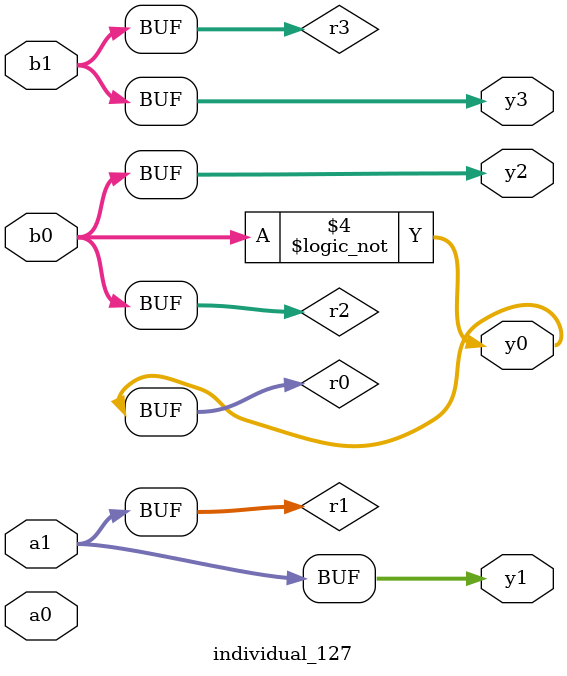
<source format=sv>
module individual_127(input logic [15:0] a1, input logic [15:0] a0, input logic [15:0] b1, input logic [15:0] b0, output logic [15:0] y3, output logic [15:0] y2, output logic [15:0] y1, output logic [15:0] y0);
logic [15:0] r0, r1, r2, r3; 
 always@(*) begin 
	 r0 = a0; r1 = a1; r2 = b0; r3 = b1; 
 	 r0  &=  a1 ;
 	 r0  |=  a1 ;
 	 r0 = ! b0 ;
 	 y3 = r3; y2 = r2; y1 = r1; y0 = r0; 
end
endmodule
</source>
